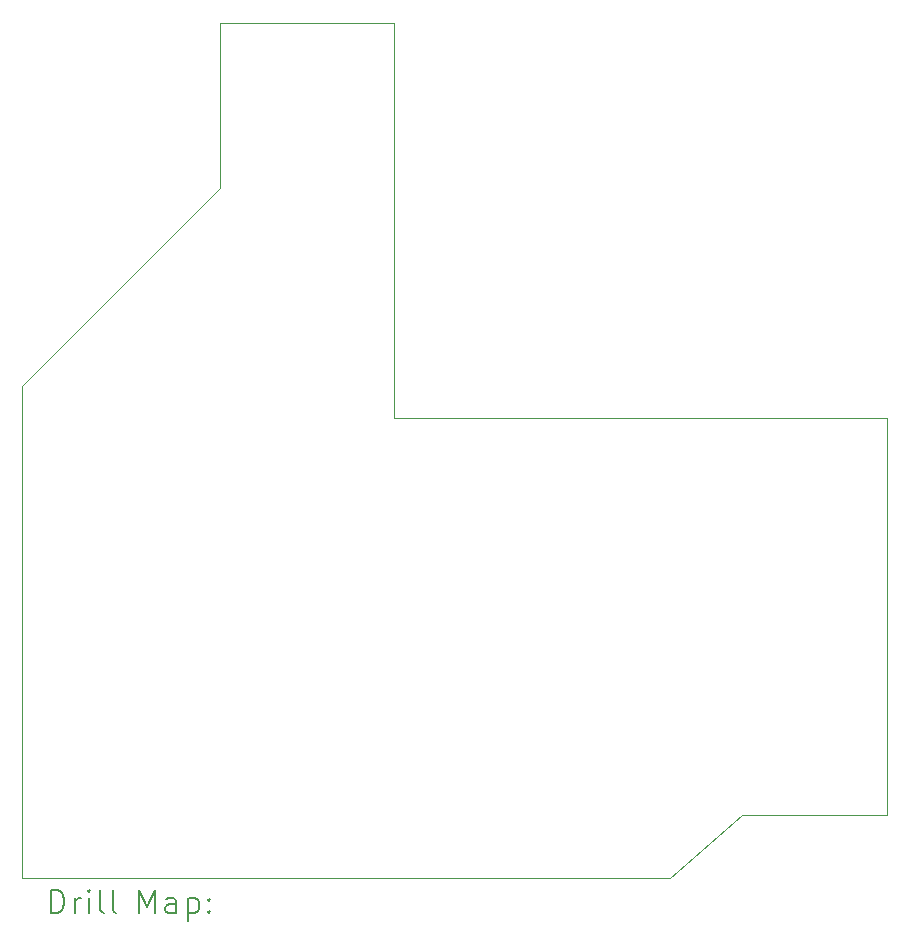
<source format=gbr>
%TF.GenerationSoftware,KiCad,Pcbnew,(7.0.0)*%
%TF.CreationDate,2023-08-04T18:21:39+01:00*%
%TF.ProjectId,DataIOROM,44617461-494f-4524-9f4d-2e6b69636164,rev?*%
%TF.SameCoordinates,Original*%
%TF.FileFunction,Drillmap*%
%TF.FilePolarity,Positive*%
%FSLAX45Y45*%
G04 Gerber Fmt 4.5, Leading zero omitted, Abs format (unit mm)*
G04 Created by KiCad (PCBNEW (7.0.0)) date 2023-08-04 18:21:39*
%MOMM*%
%LPD*%
G01*
G04 APERTURE LIST*
%ADD10C,0.100000*%
%ADD11C,0.200000*%
G04 APERTURE END LIST*
D10*
X11713166Y-12725400D02*
X11713166Y-8556034D01*
X13385800Y-6883400D02*
X11713166Y-8556034D01*
X17805400Y-12192000D02*
X19037300Y-12192000D01*
X17195599Y-12725601D02*
X17805400Y-12192000D01*
X13385800Y-6883400D02*
X13385800Y-5486400D01*
X14859000Y-8826500D02*
X19037300Y-8826500D01*
X14859000Y-5486400D02*
X14859000Y-8826500D01*
X13385800Y-5486400D02*
X14859000Y-5486400D01*
X19037300Y-12192000D02*
X19037300Y-8826500D01*
X11713166Y-12725400D02*
X17195599Y-12725601D01*
D11*
X11955785Y-13024077D02*
X11955785Y-12824077D01*
X11955785Y-12824077D02*
X12003404Y-12824077D01*
X12003404Y-12824077D02*
X12031976Y-12833601D01*
X12031976Y-12833601D02*
X12051023Y-12852649D01*
X12051023Y-12852649D02*
X12060547Y-12871696D01*
X12060547Y-12871696D02*
X12070071Y-12909791D01*
X12070071Y-12909791D02*
X12070071Y-12938363D01*
X12070071Y-12938363D02*
X12060547Y-12976458D01*
X12060547Y-12976458D02*
X12051023Y-12995506D01*
X12051023Y-12995506D02*
X12031976Y-13014553D01*
X12031976Y-13014553D02*
X12003404Y-13024077D01*
X12003404Y-13024077D02*
X11955785Y-13024077D01*
X12155785Y-13024077D02*
X12155785Y-12890744D01*
X12155785Y-12928839D02*
X12165309Y-12909791D01*
X12165309Y-12909791D02*
X12174833Y-12900268D01*
X12174833Y-12900268D02*
X12193880Y-12890744D01*
X12193880Y-12890744D02*
X12212928Y-12890744D01*
X12279595Y-13024077D02*
X12279595Y-12890744D01*
X12279595Y-12824077D02*
X12270071Y-12833601D01*
X12270071Y-12833601D02*
X12279595Y-12843125D01*
X12279595Y-12843125D02*
X12289119Y-12833601D01*
X12289119Y-12833601D02*
X12279595Y-12824077D01*
X12279595Y-12824077D02*
X12279595Y-12843125D01*
X12403404Y-13024077D02*
X12384357Y-13014553D01*
X12384357Y-13014553D02*
X12374833Y-12995506D01*
X12374833Y-12995506D02*
X12374833Y-12824077D01*
X12508166Y-13024077D02*
X12489119Y-13014553D01*
X12489119Y-13014553D02*
X12479595Y-12995506D01*
X12479595Y-12995506D02*
X12479595Y-12824077D01*
X12704357Y-13024077D02*
X12704357Y-12824077D01*
X12704357Y-12824077D02*
X12771023Y-12966934D01*
X12771023Y-12966934D02*
X12837690Y-12824077D01*
X12837690Y-12824077D02*
X12837690Y-13024077D01*
X13018642Y-13024077D02*
X13018642Y-12919315D01*
X13018642Y-12919315D02*
X13009119Y-12900268D01*
X13009119Y-12900268D02*
X12990071Y-12890744D01*
X12990071Y-12890744D02*
X12951976Y-12890744D01*
X12951976Y-12890744D02*
X12932928Y-12900268D01*
X13018642Y-13014553D02*
X12999595Y-13024077D01*
X12999595Y-13024077D02*
X12951976Y-13024077D01*
X12951976Y-13024077D02*
X12932928Y-13014553D01*
X12932928Y-13014553D02*
X12923404Y-12995506D01*
X12923404Y-12995506D02*
X12923404Y-12976458D01*
X12923404Y-12976458D02*
X12932928Y-12957411D01*
X12932928Y-12957411D02*
X12951976Y-12947887D01*
X12951976Y-12947887D02*
X12999595Y-12947887D01*
X12999595Y-12947887D02*
X13018642Y-12938363D01*
X13113880Y-12890744D02*
X13113880Y-13090744D01*
X13113880Y-12900268D02*
X13132928Y-12890744D01*
X13132928Y-12890744D02*
X13171023Y-12890744D01*
X13171023Y-12890744D02*
X13190071Y-12900268D01*
X13190071Y-12900268D02*
X13199595Y-12909791D01*
X13199595Y-12909791D02*
X13209119Y-12928839D01*
X13209119Y-12928839D02*
X13209119Y-12985982D01*
X13209119Y-12985982D02*
X13199595Y-13005030D01*
X13199595Y-13005030D02*
X13190071Y-13014553D01*
X13190071Y-13014553D02*
X13171023Y-13024077D01*
X13171023Y-13024077D02*
X13132928Y-13024077D01*
X13132928Y-13024077D02*
X13113880Y-13014553D01*
X13294833Y-13005030D02*
X13304357Y-13014553D01*
X13304357Y-13014553D02*
X13294833Y-13024077D01*
X13294833Y-13024077D02*
X13285309Y-13014553D01*
X13285309Y-13014553D02*
X13294833Y-13005030D01*
X13294833Y-13005030D02*
X13294833Y-13024077D01*
X13294833Y-12900268D02*
X13304357Y-12909791D01*
X13304357Y-12909791D02*
X13294833Y-12919315D01*
X13294833Y-12919315D02*
X13285309Y-12909791D01*
X13285309Y-12909791D02*
X13294833Y-12900268D01*
X13294833Y-12900268D02*
X13294833Y-12919315D01*
M02*

</source>
